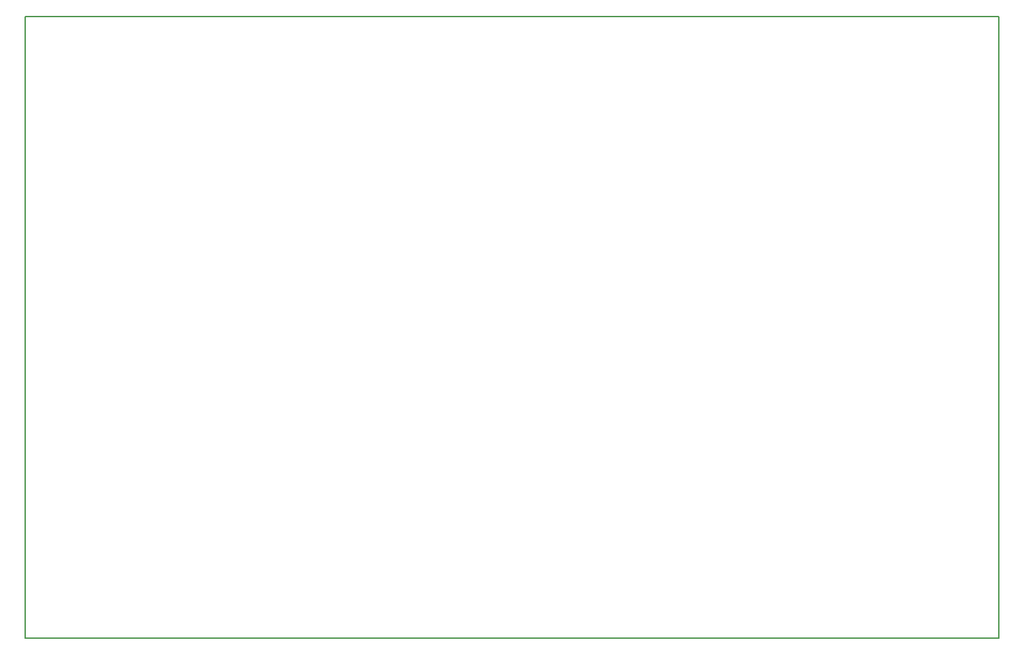
<source format=gm1>
G04 #@! TF.GenerationSoftware,KiCad,Pcbnew,5.0.2-bee76a0~70~ubuntu18.04.1*
G04 #@! TF.CreationDate,2018-12-10T21:57:33+02:00*
G04 #@! TF.ProjectId,microstim,6d696372-6f73-4746-996d-2e6b69636164,rev?*
G04 #@! TF.SameCoordinates,Original*
G04 #@! TF.FileFunction,Profile,NP*
%FSLAX46Y46*%
G04 Gerber Fmt 4.6, Leading zero omitted, Abs format (unit mm)*
G04 Created by KiCad (PCBNEW 5.0.2-bee76a0~70~ubuntu18.04.1) date Mon Dec 10 21:57:33 2018*
%MOMM*%
%LPD*%
G01*
G04 APERTURE LIST*
%ADD10C,0.150000*%
G04 APERTURE END LIST*
D10*
X87500000Y-58000000D02*
X87500000Y-137500000D01*
X212000000Y-58000000D02*
X87500000Y-58000000D01*
X212000000Y-137500000D02*
X212000000Y-58000000D01*
X87500000Y-137500000D02*
X212000000Y-137500000D01*
M02*

</source>
